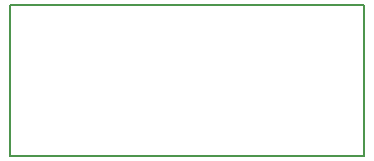
<source format=gm1>
G04 #@! TF.GenerationSoftware,KiCad,Pcbnew,5.1.8-db9833491~88~ubuntu20.04.1*
G04 #@! TF.CreationDate,2021-03-13T16:05:35+01:00*
G04 #@! TF.ProjectId,SWD_Isolator,5357445f-4973-46f6-9c61-746f722e6b69,rev?*
G04 #@! TF.SameCoordinates,PX4160928PY2f7a4c0*
G04 #@! TF.FileFunction,Profile,NP*
%FSLAX46Y46*%
G04 Gerber Fmt 4.6, Leading zero omitted, Abs format (unit mm)*
G04 Created by KiCad (PCBNEW 5.1.8-db9833491~88~ubuntu20.04.1) date 2021-03-13 16:05:35*
%MOMM*%
%LPD*%
G01*
G04 APERTURE LIST*
G04 #@! TA.AperFunction,Profile*
%ADD10C,0.150000*%
G04 #@! TD*
G04 APERTURE END LIST*
D10*
X29999000Y12827000D02*
X0Y12827000D01*
X29999000Y0D02*
X29999000Y12827000D01*
X0Y0D02*
X29999000Y0D01*
X0Y12827000D02*
X0Y0D01*
M02*

</source>
